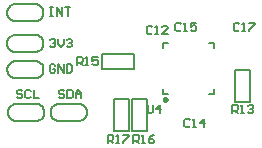
<source format=gto>
%FSTAX23Y23*%
%MOIN*%
%SFA1B1*%

%IPPOS*%
%ADD10C,0.007870*%
%ADD11C,0.009840*%
%ADD12C,0.007090*%
%LNpcb2-1*%
%LPD*%
G54D10*
X02075Y03297D02*
D01*
X02074Y03299*
X02074Y033*
X02074Y03302*
X02074Y03304*
X02073Y03306*
X02072Y03307*
X02072Y03309*
X02071Y0331*
X0207Y03312*
X02069Y03313*
X02067Y03314*
X02066Y03316*
X02065Y03317*
X02063Y03318*
X02062Y03319*
X0206Y03319*
X02059Y0332*
X02057Y03321*
X02056Y03321*
X02054Y03322*
X02052Y03322*
X0205Y03322*
X0205Y03322*
Y03267D02*
D01*
X02051Y03267*
X02053Y03267*
X02055Y03268*
X02056Y03268*
X02058Y03269*
X0206Y03269*
X02061Y0327*
X02063Y03271*
X02064Y03272*
X02066Y03273*
X02067Y03274*
X02068Y03275*
X02069Y03277*
X0207Y03278*
X02071Y0328*
X02072Y03281*
X02073Y03283*
X02073Y03284*
X02074Y03286*
X02074Y03288*
X02074Y03289*
X02074Y03291*
X02075Y03292*
X01955D02*
D01*
X01955Y0329*
X01955Y03289*
X01955Y03287*
X01955Y03285*
X01956Y03283*
X01957Y03282*
X01957Y0328*
X01958Y03279*
X01959Y03277*
X0196Y03276*
X01962Y03275*
X01963Y03273*
X01964Y03272*
X01966Y03271*
X01967Y0327*
X01969Y0327*
X0197Y03269*
X01972Y03268*
X01973Y03268*
X01975Y03267*
X01977Y03267*
X01979Y03267*
X0198Y03267*
Y03322D02*
D01*
X01978Y03322*
X01976Y03322*
X01974Y03321*
X01973Y03321*
X01971Y0332*
X01969Y0332*
X01968Y03319*
X01966Y03318*
X01965Y03317*
X01963Y03316*
X01962Y03315*
X01961Y03314*
X0196Y03312*
X01959Y03311*
X01958Y0331*
X01957Y03308*
X01956Y03306*
X01956Y03305*
X01955Y03303*
X01955Y03301*
X01955Y033*
X01955Y03298*
X01955Y03297*
X01933Y03297D02*
D01*
X01933Y03299*
X01932Y033*
X01932Y03302*
X01932Y03304*
X01931Y03306*
X0193Y03307*
X0193Y03309*
X01929Y0331*
X01928Y03312*
X01927Y03313*
X01926Y03314*
X01924Y03316*
X01923Y03317*
X01922Y03318*
X0192Y03319*
X01919Y03319*
X01917Y0332*
X01915Y03321*
X01914Y03321*
X01912Y03322*
X0191Y03322*
X01908Y03322*
X01908Y03322*
Y03267D02*
D01*
X01909Y03267*
X01911Y03267*
X01913Y03268*
X01914Y03268*
X01916Y03269*
X01918Y03269*
X01919Y0327*
X01921Y03271*
X01922Y03272*
X01924Y03273*
X01925Y03274*
X01926Y03275*
X01927Y03277*
X01928Y03278*
X01929Y0328*
X0193Y03281*
X01931Y03283*
X01931Y03284*
X01932Y03286*
X01932Y03288*
X01932Y03289*
X01933Y03291*
X01933Y03292*
X01813D02*
D01*
X01813Y0329*
X01813Y03289*
X01813Y03287*
X01814Y03285*
X01814Y03283*
X01815Y03282*
X01816Y0328*
X01816Y03279*
X01817Y03277*
X01818Y03276*
X0182Y03275*
X01821Y03273*
X01822Y03272*
X01824Y03271*
X01825Y0327*
X01827Y0327*
X01828Y03269*
X0183Y03268*
X01832Y03268*
X01833Y03267*
X01835Y03267*
X01837Y03267*
X01838Y03267*
Y03322D02*
D01*
X01836Y03322*
X01834Y03322*
X01832Y03321*
X01831Y03321*
X01829Y03321*
X01827Y0332*
X01826Y03319*
X01824Y03318*
X01823Y03317*
X01822Y03316*
X0182Y03315*
X01819Y03314*
X01818Y03312*
X01817Y03311*
X01816Y0331*
X01815Y03308*
X01814Y03306*
X01814Y03305*
X01813Y03303*
X01813Y03301*
X01813Y033*
X01813Y03298*
X01813Y03297*
X0193Y0344D02*
D01*
X0193Y03441*
X0193Y03443*
X0193Y03445*
X01929Y03447*
X01929Y03448*
X01928Y0345*
X01927Y03451*
X01927Y03453*
X01926Y03454*
X01924Y03456*
X01923Y03457*
X01922Y03458*
X01921Y03459*
X01919Y0346*
X01918Y03461*
X01916Y03462*
X01915Y03463*
X01913Y03463*
X01911Y03464*
X0191Y03464*
X01908Y03465*
X01906Y03465*
X01905Y03465*
Y0341D02*
D01*
X01907Y0341*
X01909Y0341*
X01911Y0341*
X01912Y03411*
X01914Y03411*
X01915Y03412*
X01917Y03413*
X01919Y03413*
X0192Y03414*
X01921Y03416*
X01923Y03417*
X01924Y03418*
X01925Y03419*
X01926Y03421*
X01927Y03422*
X01928Y03424*
X01928Y03425*
X01929Y03427*
X0193Y03429*
X0193Y0343*
X0193Y03432*
X0193Y03434*
X0193Y03435*
X0181D02*
D01*
X0181Y03433*
X01811Y03431*
X01811Y03429*
X01811Y03428*
X01812Y03426*
X01812Y03425*
X01813Y03423*
X01814Y03421*
X01815Y0342*
X01816Y03419*
X01817Y03417*
X01819Y03416*
X0182Y03415*
X01821Y03414*
X01823Y03413*
X01824Y03412*
X01826Y03412*
X01828Y03411*
X01829Y0341*
X01831Y0341*
X01833Y0341*
X01834Y0341*
X01835Y0341*
Y03465D02*
D01*
X01834Y03465*
X01832Y03464*
X0183Y03464*
X01828Y03464*
X01827Y03463*
X01825Y03463*
X01824Y03462*
X01822Y03461*
X01821Y0346*
X01819Y03459*
X01818Y03458*
X01817Y03456*
X01816Y03455*
X01815Y03454*
X01814Y03452*
X01813Y03451*
X01812Y03449*
X01812Y03447*
X01811Y03446*
X01811Y03444*
X0181Y03442*
X0181Y03441*
X0181Y0344*
X0193Y03527D02*
D01*
X01929Y03529*
X01929Y0353*
X01929Y03532*
X01929Y03534*
X01928Y03536*
X01927Y03537*
X01927Y03539*
X01926Y0354*
X01925Y03542*
X01924Y03543*
X01922Y03544*
X01921Y03546*
X0192Y03547*
X01918Y03548*
X01917Y03549*
X01915Y03549*
X01914Y0355*
X01912Y03551*
X01911Y03551*
X01909Y03552*
X01907Y03552*
X01905Y03552*
X01905Y03552*
Y03497D02*
D01*
X01906Y03497*
X01908Y03497*
X0191Y03498*
X01911Y03498*
X01913Y03499*
X01915Y03499*
X01916Y035*
X01918Y03501*
X01919Y03502*
X01921Y03503*
X01922Y03504*
X01923Y03505*
X01924Y03507*
X01925Y03508*
X01926Y0351*
X01927Y03511*
X01928Y03513*
X01928Y03514*
X01929Y03516*
X01929Y03518*
X01929Y03519*
X01929Y03521*
X0193Y03522*
X0181D02*
D01*
X0181Y0352*
X0181Y03519*
X0181Y03517*
X0181Y03515*
X01811Y03513*
X01812Y03512*
X01812Y0351*
X01813Y03509*
X01814Y03507*
X01815Y03506*
X01817Y03505*
X01818Y03503*
X01819Y03502*
X01821Y03501*
X01822Y035*
X01824Y035*
X01825Y03499*
X01827Y03498*
X01828Y03498*
X0183Y03497*
X01832Y03497*
X01834Y03497*
X01835Y03497*
Y03552D02*
D01*
X01833Y03552*
X01831Y03552*
X01829Y03551*
X01828Y03551*
X01826Y0355*
X01824Y0355*
X01823Y03549*
X01821Y03548*
X0182Y03547*
X01818Y03546*
X01817Y03545*
X01816Y03544*
X01815Y03542*
X01814Y03541*
X01813Y0354*
X01812Y03538*
X01811Y03536*
X01811Y03535*
X0181Y03533*
X0181Y03531*
X0181Y0353*
X0181Y03528*
X0181Y03527*
X01835Y03655D02*
D01*
X01833Y03654*
X01831Y03654*
X01829Y03654*
X01828Y03654*
X01826Y03653*
X01824Y03652*
X01823Y03652*
X01821Y03651*
X0182Y0365*
X01818Y03649*
X01817Y03647*
X01816Y03646*
X01815Y03645*
X01814Y03643*
X01813Y03642*
X01812Y0364*
X01811Y03639*
X01811Y03637*
X0181Y03636*
X0181Y03634*
X0181Y03632*
X0181Y0363*
X0181Y0363*
Y03625D02*
D01*
X0181Y03623*
X0181Y03621*
X0181Y03619*
X0181Y03618*
X01811Y03616*
X01812Y03614*
X01812Y03613*
X01813Y03611*
X01814Y0361*
X01815Y03608*
X01817Y03607*
X01818Y03606*
X01819Y03605*
X01821Y03604*
X01822Y03603*
X01824Y03602*
X01825Y03601*
X01827Y03601*
X01828Y036*
X0183Y036*
X01832Y036*
X01834Y036*
X01835Y036*
X01905D02*
D01*
X01906Y036*
X01908Y036*
X0191Y036*
X01911Y036*
X01913Y03601*
X01915Y03602*
X01916Y03602*
X01918Y03603*
X01919Y03604*
X01921Y03605*
X01922Y03607*
X01923Y03608*
X01924Y03609*
X01925Y03611*
X01926Y03612*
X01927Y03614*
X01928Y03615*
X01928Y03617*
X01929Y03618*
X01929Y0362*
X01929Y03622*
X01929Y03624*
X0193Y03625*
Y0363D02*
D01*
X01929Y03631*
X01929Y03633*
X01929Y03635*
X01929Y03636*
X01928Y03638*
X01927Y0364*
X01927Y03641*
X01926Y03643*
X01925Y03644*
X01924Y03646*
X01922Y03647*
X01921Y03648*
X0192Y03649*
X01918Y0365*
X01917Y03651*
X01915Y03652*
X01914Y03653*
X01912Y03653*
X01911Y03654*
X01909Y03654*
X01907Y03654*
X01905Y03654*
X01905Y03655*
X0198Y03322D02*
X0205D01*
X02075Y03292D02*
Y03297D01*
X0198Y03267D02*
X0205D01*
X01955Y03292D02*
Y03297D01*
X01838Y03322D02*
X01908D01*
X01933Y03292D02*
Y03297D01*
X01838Y03267D02*
X01908D01*
X01813Y03292D02*
Y03297D01*
X01835Y03465D02*
X01905D01*
X0193Y03435D02*
Y0344D01*
X01835Y0341D02*
X01905D01*
X0181Y03435D02*
Y0344D01*
X01835Y03552D02*
X01905D01*
X0193Y03522D02*
Y03527D01*
X01835Y03497D02*
X01905D01*
X0181Y03522D02*
Y03527D01*
Y03625D02*
Y0363D01*
X01835Y036D02*
X01905D01*
X0193Y03625D02*
Y0363D01*
X01835Y03655D02*
X01905D01*
X02126Y03439D02*
Y0349D01*
X02233Y03439D02*
Y0349D01*
X02126D02*
X02233D01*
X02126Y03439D02*
X02233D01*
X0233Y03355D02*
X02346D01*
X0233D02*
Y03371D01*
Y03508D02*
Y03524D01*
X02346*
X02483D02*
X02499D01*
Y03508D02*
Y03524D01*
X02483Y03355D02*
X02499D01*
Y03371*
X02224Y03231D02*
X02275D01*
X02224Y03338D02*
X02275D01*
X02224Y03231D02*
Y03338D01*
X02275Y03231D02*
Y03338D01*
X02164Y03231D02*
X02215D01*
X02164Y03338D02*
X02215D01*
X02164Y03231D02*
Y03338D01*
X02215Y03231D02*
Y03338D01*
X02569Y03435D02*
X0262D01*
X02569Y03329D02*
X0262D01*
Y03435*
X02569Y03329D02*
Y03435D01*
G54D11*
X02341Y03337D02*
D01*
X02341Y03337*
X02341Y03338*
X02341Y03338*
X0234Y03338*
X0234Y03339*
X0234Y03339*
X0234Y03339*
X0234Y0334*
X0234Y0334*
X0234Y0334*
X02339Y03341*
X02339Y03341*
X02339Y03341*
X02339Y03341*
X02338Y03341*
X02338Y03342*
X02338Y03342*
X02337Y03342*
X02337Y03342*
X02337Y03342*
X02336Y03342*
X02336Y03342*
X02336*
X02335Y03342*
X02335Y03342*
X02335Y03342*
X02334Y03342*
X02334Y03342*
X02334Y03342*
X02333Y03341*
X02333Y03341*
X02333Y03341*
X02332Y03341*
X02332Y03341*
X02332Y0334*
X02332Y0334*
X02332Y0334*
X02331Y03339*
X02331Y03339*
X02331Y03339*
X02331Y03338*
X02331Y03338*
X02331Y03338*
X02331Y03337*
X02331Y03337*
X02331Y03337*
X02331Y03336*
X02331Y03336*
X02331Y03336*
X02331Y03335*
X02331Y03335*
X02331Y03335*
X02332Y03335*
X02332Y03334*
X02332Y03334*
X02332Y03334*
X02332Y03333*
X02333Y03333*
X02333Y03333*
X02333Y03333*
X02334Y03333*
X02334Y03333*
X02334Y03332*
X02335Y03332*
X02335Y03332*
X02335Y03332*
X02336Y03332*
X02336*
X02336Y03332*
X02337Y03332*
X02337Y03332*
X02337Y03332*
X02338Y03333*
X02338Y03333*
X02338Y03333*
X02339Y03333*
X02339Y03333*
X02339Y03333*
X02339Y03334*
X0234Y03334*
X0234Y03334*
X0234Y03335*
X0234Y03335*
X0234Y03335*
X0234Y03335*
X0234Y03336*
X02341Y03336*
X02341Y03336*
X02341Y03337*
X02341Y03337*
G54D12*
X02Y03365D02*
X01995Y03369D01*
X01986*
X01982Y03365*
Y0336*
X01986Y03355*
X01995*
X02Y03351*
Y03346*
X01995Y03342*
X01986*
X01982Y03346*
X02009Y03369D02*
Y03342D01*
X02023*
X02028Y03346*
Y03365*
X02023Y03369*
X02009*
X02037Y03342D02*
Y0336D01*
X02046Y03369*
X02055Y0336*
Y03342*
Y03355*
X02037*
X0186Y03365D02*
X01855Y03369D01*
X01846*
X01842Y03365*
Y0336*
X01846Y03355*
X01855*
X0186Y03351*
Y03346*
X01855Y03342*
X01846*
X01842Y03346*
X01888Y03365D02*
X01883Y03369D01*
X01874*
X01869Y03365*
Y03346*
X01874Y03342*
X01883*
X01888Y03346*
X01897Y03369D02*
Y03342D01*
X01915*
X0197Y0345D02*
X01965Y03454D01*
X01956*
X01952Y0345*
Y03431*
X01956Y03427*
X01965*
X0197Y03431*
Y0344*
X01961*
X01979Y03427D02*
Y03454D01*
X01998Y03427*
Y03454*
X02007D02*
Y03427D01*
X0202*
X02025Y03431*
Y0345*
X0202Y03454*
X02007*
X01952Y03535D02*
X01956Y03539D01*
X01965*
X0197Y03535*
Y0353*
X01965Y03525*
X01961*
X01965*
X0197Y03521*
Y03516*
X01965Y03512*
X01956*
X01952Y03516*
X01979Y03539D02*
Y03521D01*
X01988Y03512*
X01998Y03521*
Y03539*
X02007Y03535D02*
X02011Y03539D01*
X0202*
X02025Y03535*
Y0353*
X0202Y03525*
X02016*
X0202*
X02025Y03521*
Y03516*
X0202Y03512*
X02011*
X02007Y03516*
X01952Y03644D02*
X01961D01*
X01956*
Y03617*
X01952*
X01961*
X01975D02*
Y03644D01*
X01993Y03617*
Y03644*
X02002D02*
X0202D01*
X02011*
Y03617*
X02043Y03451D02*
Y03478D01*
X02056*
X02061Y03474*
Y03465*
X02056Y0346*
X02043*
X02052D02*
X02061Y03451D01*
X0207D02*
X02079D01*
X02075*
Y03478*
X0207Y03474*
X02111Y03478D02*
X02093D01*
Y03465*
X02102Y03469*
X02107*
X02111Y03465*
Y03455*
X02107Y03451*
X02098*
X02093Y03455*
X0256Y03291D02*
Y03318D01*
X02574*
X02578Y03314*
Y03305*
X02574Y033*
X0256*
X02569D02*
X02578Y03291D01*
X02588D02*
X02597D01*
X02592*
Y03318*
X02588Y03314*
X02611D02*
X02615Y03318D01*
X02624*
X02629Y03314*
Y03309*
X02624Y03305*
X0262*
X02624*
X02629Y033*
Y03295*
X02624Y03291*
X02615*
X02611Y03295*
X02277Y03318D02*
Y03295D01*
X02281Y03291*
X0229*
X02295Y03295*
Y03318*
X02318Y03291D02*
Y03318D01*
X02304Y03305*
X02322*
X02145Y03191D02*
Y03218D01*
X02159*
X02163Y03214*
Y03205*
X02159Y032*
X02145*
X02154D02*
X02163Y03191D01*
X02173D02*
X02182D01*
X02177*
Y03218*
X02173Y03214*
X02196Y03218D02*
X02214D01*
Y03214*
X02196Y03195*
Y03191*
X0223D02*
Y03218D01*
X02244*
X02248Y03214*
Y03205*
X02244Y032*
X0223*
X02239D02*
X02248Y03191D01*
X02258D02*
X02267D01*
X02262*
Y03218*
X02258Y03214*
X02299Y03218D02*
X0229Y03214D01*
X02281Y03205*
Y03195*
X02285Y03191*
X02294*
X02299Y03195*
Y032*
X02294Y03205*
X02281*
X02583Y03589D02*
X02579Y03593D01*
X0257*
X02565Y03589*
Y0357*
X0257Y03566*
X02579*
X02583Y0357*
X02593Y03566D02*
X02602D01*
X02597*
Y03593*
X02593Y03589*
X02616Y03593D02*
X02634D01*
Y03589*
X02616Y0357*
Y03566*
X02388Y03589D02*
X02384Y03593D01*
X02375*
X0237Y03589*
Y0357*
X02375Y03566*
X02384*
X02388Y0357*
X02398Y03566D02*
X02407D01*
X02402*
Y03593*
X02398Y03589*
X02439Y03593D02*
X02421D01*
Y0358*
X0243Y03584*
X02434*
X02439Y0358*
Y0357*
X02434Y03566*
X02425*
X02421Y0357*
X02418Y03269D02*
X02414Y03273D01*
X02405*
X024Y03269*
Y0325*
X02405Y03246*
X02414*
X02418Y0325*
X02428Y03246D02*
X02437D01*
X02432*
Y03273*
X02428Y03269*
X02464Y03246D02*
Y03273D01*
X02451Y0326*
X02469*
X02293Y03579D02*
X02289Y03583D01*
X0228*
X02275Y03579*
Y0356*
X0228Y03556*
X02289*
X02293Y0356*
X02303Y03556D02*
X02312D01*
X02307*
Y03583*
X02303Y03579*
X02344Y03556D02*
X02326D01*
X02344Y03574*
Y03579*
X02339Y03583*
X0233*
X02326Y03579*
M02*
</source>
